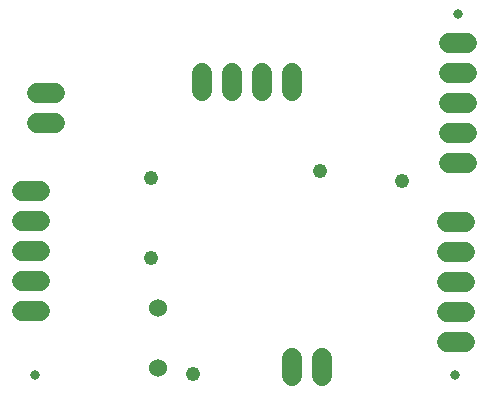
<source format=gbs>
G75*
%MOIN*%
%OFA0B0*%
%FSLAX25Y25*%
%IPPOS*%
%LPD*%
%AMOC8*
5,1,8,0,0,1.08239X$1,22.5*
%
%ADD10C,0.03162*%
%ADD11C,0.06800*%
%ADD12C,0.06000*%
%ADD13C,0.04762*%
D10*
X0010360Y0011059D03*
X0150320Y0011059D03*
X0151502Y0131531D03*
D11*
X0148541Y0121846D02*
X0154541Y0121846D01*
X0154541Y0111846D02*
X0148541Y0111846D01*
X0148541Y0101846D02*
X0154541Y0101846D01*
X0154541Y0091846D02*
X0148541Y0091846D01*
X0148541Y0081846D02*
X0154541Y0081846D01*
X0153832Y0062004D02*
X0147832Y0062004D01*
X0147832Y0052004D02*
X0153832Y0052004D01*
X0153832Y0042004D02*
X0147832Y0042004D01*
X0147832Y0032004D02*
X0153832Y0032004D01*
X0153832Y0022004D02*
X0147832Y0022004D01*
X0106265Y0016657D02*
X0106265Y0010657D01*
X0096265Y0010657D02*
X0096265Y0016657D01*
X0012100Y0032437D02*
X0006100Y0032437D01*
X0006100Y0042437D02*
X0012100Y0042437D01*
X0012100Y0052437D02*
X0006100Y0052437D01*
X0006100Y0062437D02*
X0012100Y0062437D01*
X0012100Y0072437D02*
X0006100Y0072437D01*
X0011061Y0095075D02*
X0017061Y0095075D01*
X0017061Y0105075D02*
X0011061Y0105075D01*
X0066147Y0105933D02*
X0066147Y0111933D01*
X0076147Y0111933D02*
X0076147Y0105933D01*
X0086147Y0105933D02*
X0086147Y0111933D01*
X0096147Y0111933D02*
X0096147Y0105933D01*
D12*
X0051423Y0033500D03*
X0051423Y0013500D03*
D13*
X0063313Y0011453D03*
X0049139Y0050232D03*
X0049139Y0076807D03*
X0105439Y0079169D03*
X0132801Y0075823D03*
M02*

</source>
